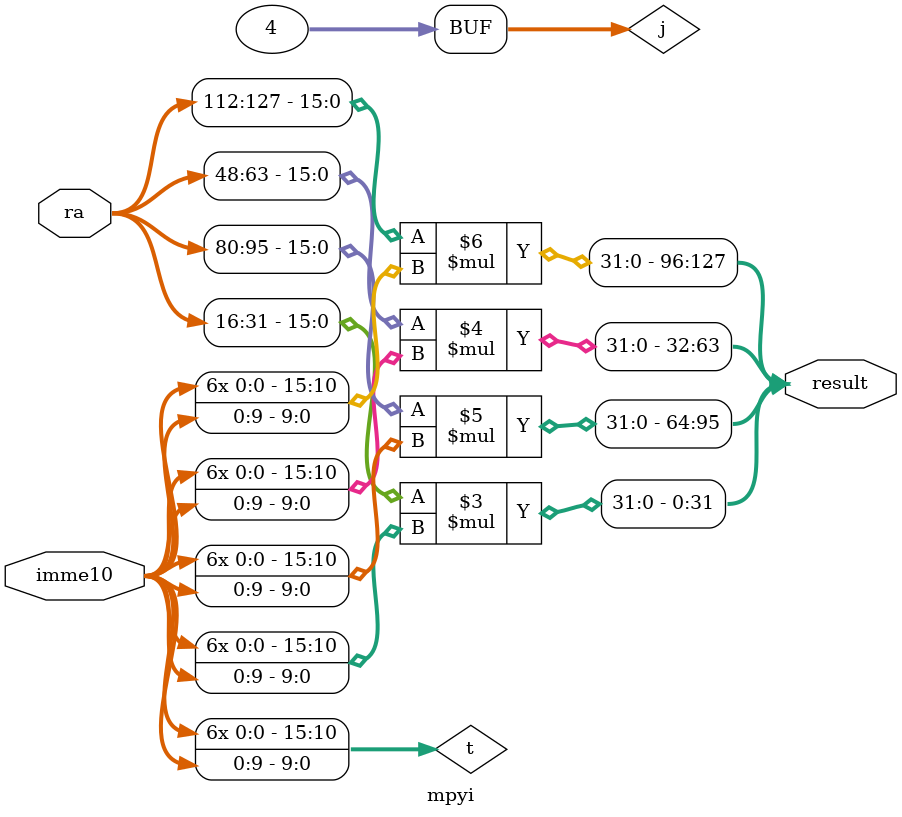
<source format=v>
module mpyi(
  input [0:127] ra,
  input [0:9] imme10,

  output reg [0:127] result
);
integer j;
reg [0:15] t;

always @(*) begin
  t = {{6{imme10[0]}}, imme10[0:9]};
  for(j=0 ; j<4 ; j=j+1) begin
    result[32*j +: 32] = ra[32*j+16 +: 16] * t;
  end
end

endmodule
</source>
